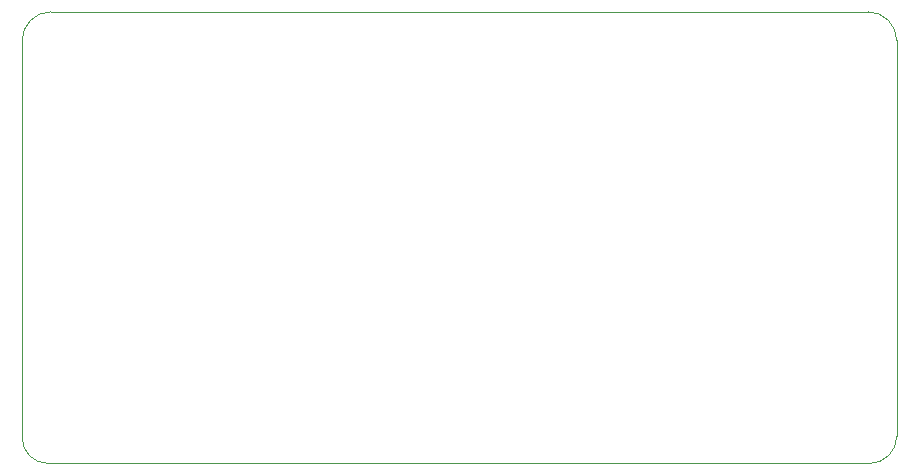
<source format=gm1>
G04 #@! TF.GenerationSoftware,KiCad,Pcbnew,(5.1.4)-1*
G04 #@! TF.CreationDate,2020-10-19T04:22:10-07:00*
G04 #@! TF.ProjectId,test-pcb,74657374-2d70-4636-922e-6b696361645f,rev?*
G04 #@! TF.SameCoordinates,Original*
G04 #@! TF.FileFunction,Profile,NP*
%FSLAX46Y46*%
G04 Gerber Fmt 4.6, Leading zero omitted, Abs format (unit mm)*
G04 Created by KiCad (PCBNEW (5.1.4)-1) date 2020-10-19 04:22:10*
%MOMM*%
%LPD*%
G04 APERTURE LIST*
%ADD10C,0.050000*%
G04 APERTURE END LIST*
D10*
X64262000Y-83312000D02*
X28448000Y-83312000D01*
X62357000Y-121539000D02*
X97790000Y-121539000D01*
X26035000Y-119380000D02*
X26035000Y-85725000D01*
X62357000Y-121539000D02*
X28194000Y-121539000D01*
X100076000Y-85725000D02*
X100076000Y-119253000D01*
X64262000Y-83312000D02*
X97663000Y-83312000D01*
X28194000Y-121539000D02*
G75*
G02X26035000Y-119380000I0J2159000D01*
G01*
X100076000Y-119253000D02*
G75*
G02X97790000Y-121539000I-2286000J0D01*
G01*
X97663000Y-83312000D02*
G75*
G02X100076000Y-85725000I0J-2413000D01*
G01*
X26035000Y-85725000D02*
G75*
G02X28448000Y-83312000I2413000J0D01*
G01*
M02*

</source>
